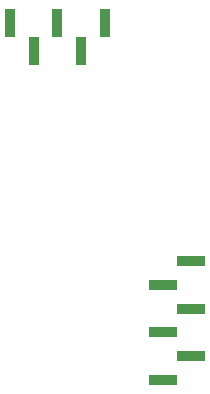
<source format=gbr>
%TF.GenerationSoftware,KiCad,Pcbnew,6.0.1-79c1e3a40b~116~ubuntu20.04.1*%
%TF.CreationDate,2022-02-08T16:17:55-05:00*%
%TF.ProjectId,gameKey-PCB-ThumbCluster,67616d65-4b65-4792-9d50-43422d546875,rev?*%
%TF.SameCoordinates,Original*%
%TF.FileFunction,Paste,Bot*%
%TF.FilePolarity,Positive*%
%FSLAX46Y46*%
G04 Gerber Fmt 4.6, Leading zero omitted, Abs format (unit mm)*
G04 Created by KiCad (PCBNEW 6.0.1-79c1e3a40b~116~ubuntu20.04.1) date 2022-02-08 16:17:55*
%MOMM*%
%LPD*%
G01*
G04 APERTURE LIST*
%ADD10R,0.850000X2.350000*%
%ADD11R,2.350000X0.850000*%
G04 APERTURE END LIST*
D10*
%TO.C,J1*%
X-4000000Y25175000D03*
X-2000000Y22825000D03*
X0Y25175000D03*
X2000000Y22825000D03*
X4000000Y25175000D03*
%TD*%
D11*
%TO.C,J0*%
X11335000Y5000000D03*
X8985000Y3000000D03*
X11335000Y1000000D03*
X8985000Y-1000000D03*
X11335000Y-3000000D03*
X8985000Y-5000000D03*
%TD*%
M02*

</source>
